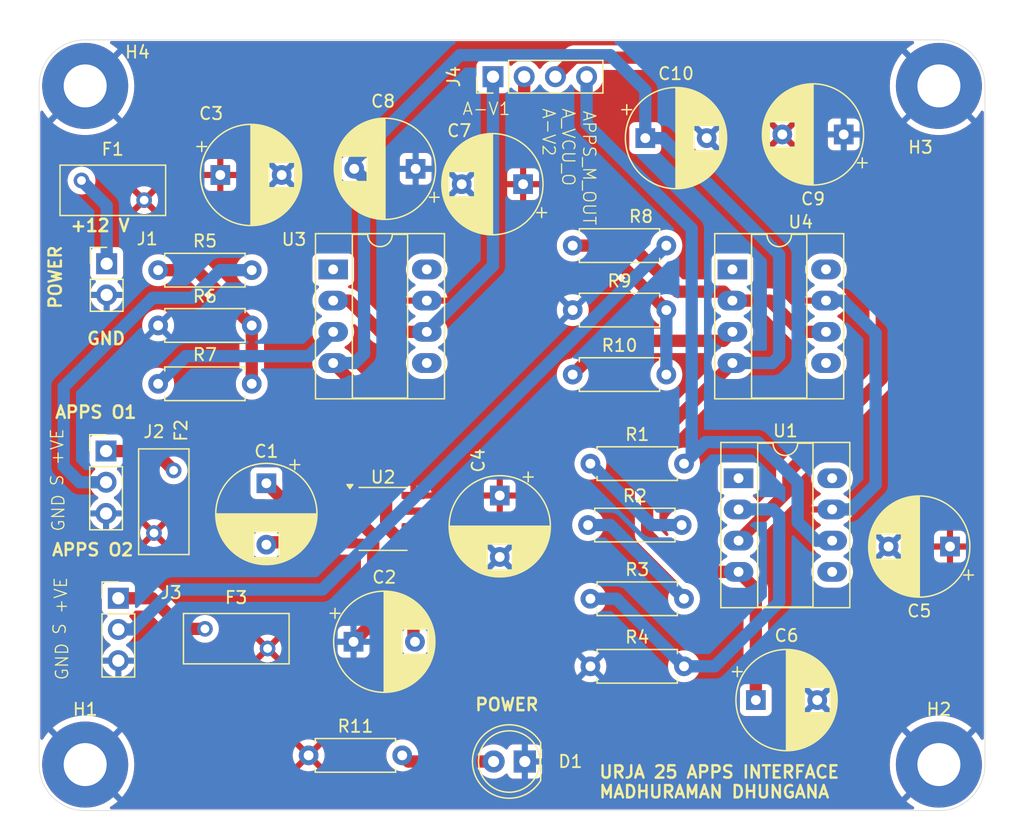
<source format=kicad_pcb>
(kicad_pcb (version 20240108) (generator "pcbnew") (generator_version "8.0")
  (layers (0 "F.Cu" signal) (31 "B.Cu" signal) (34 "B.Paste" user) (35 "F.Paste" user) (36 "B.SilkS" user "B.Silkscreen") (37 "F.SilkS" user "F.Silkscreen") (38 "B.Mask" user) (39 "F.Mask" user) (44 "Edge.Cuts" user))
  (net 0 "")
  (net 1 "Net-(U2-CAP+)")
  (net 2 "Net-(U2-CAP-)")
  (net 3 "GND")
  (net 4 "-12V")
  (net 5 "+12V")
  (net 6 "APPS Signal 1")
  (net 7 "APPS Signal 2")
  (net 8 "APPS Out")
  (net 9 "APPS VCU 1")
  (net 10 "APPS VCU 2")
  (net 11 "APPS Signal VCU out")
  (net 12 "Net-(R1-Pad1)")
  (net 13 "Net-(R2-Pad1)")
  (net 14 "Net-(U1--)")
  (net 15 "Net-(R5-Pad1)")
  (net 16 "Net-(U3-+)")
  (net 17 "Net-(R10-Pad2)")
  (net 18 "Net-(U4-+)")
  (net 31 "Net-(D1-A)")
  (net 32 "Net-(J1-Pin_1)")
  (net 33 "Net-(J2-Pin_1)")
  (net 34 "Net-(J3-Pin_1)")
  (footprint "Capacitor_THT:CP_Radial_D8.0mm_P5.00mm" (layer "F.Cu") (at 138.102651 79.6 180)
    (property "Reference" "C8" (at 2.652651 5.5 0) (layer "F.SilkS"))
    (property "Value" "0.1uf 25V")
    (pad "1" thru_hole rect (at 0 0 180) (size 1.6 1.6) (drill 0.8) (layers "*.Cu" "*.Mask") (net 3 "GND"))
    (pad "2" thru_hole circle (at 5 0 180) (size 1.6 1.6) (drill 0.8) (layers "*.Cu" "*.Mask") (net 4 "-12V"))
  )
  (footprint "Capacitor_THT:CP_Radial_D8.0mm_P5.00mm" (layer "F.Cu") (at 181.602651 110.35 180)
    (property "Reference" "C5" (at 2.5 -5.25 0) (layer "F.SilkS"))
    (property "Value" "0.1uf 25V")
    (pad "1" thru_hole rect (at 0 0 180) (size 1.6 1.6) (drill 0.8) (layers "*.Cu" "*.Mask") (net 5 "+12V"))
    (pad "2" thru_hole circle (at 5 0 180) (size 1.6 1.6) (drill 0.8) (layers "*.Cu" "*.Mask") (net 3 "GND"))
  )
  (footprint "Fuse:Fuse_BelFuse_0ZRE0008FF_L8.3mm_W3.8mm" (layer "F.Cu") (at 118.4 104.15 -90)
    (property "Reference" "F2" (at -3.25 -0.6 90) (layer "F.SilkS"))
    (property "Value" "25 V 100mA")
    (pad "1" thru_hole circle (at 0 0 270) (size 1.27 1.27) (drill 0.71) (layers "*.Cu" "*.Mask") (net 33 "Net-(J2-Pin_1)"))
    (pad "2" thru_hole circle (at 5.1 1.6 270) (size 1.27 1.27) (drill 0.71) (layers "*.Cu" "*.Mask") (net 5 "+12V"))
  )
  (footprint "Capacitor_THT:CP_Radial_D8.0mm_P5.00mm" (layer "F.Cu") (at 125.95 105.197349 -90)
    (property "Reference" "C1" (at -2.597349 0 180) (layer "F.SilkS"))
    (property "Value" "10uf")
    (pad "1" thru_hole rect (at 0 0 270) (size 1.6 1.6) (drill 0.8) (layers "*.Cu" "*.Mask") (net 1 "Net-(U2-CAP+)"))
    (pad "2" thru_hole circle (at 5 0 270) (size 1.6 1.6) (drill 0.8) (layers "*.Cu" "*.Mask") (net 2 "Net-(U2-CAP-)"))
  )
  (footprint "Resistor_THT:R_Axial_DIN0207_L6.3mm_D2.5mm_P7.62mm_Horizontal" (layer "F.Cu") (at 150.89 96.35)
    (property "Reference" "R10" (at 3.81 -2.37 0) (layer "F.SilkS"))
    (property "Value" "10K")
    (pad "1" thru_hole circle (at 0 0) (size 1.6 1.6) (drill 0.8) (layers "*.Cu" "*.Mask") (net 18 "Net-(U4-+)"))
    (pad "2" thru_hole oval (at 7.62 0) (size 1.6 1.6) (drill 0.8) (layers "*.Cu" "*.Mask") (net 17 "Net-(R10-Pad2)"))
  )
  (footprint "Resistor_THT:R_Axial_DIN0207_L6.3mm_D2.5mm_P7.62mm_Horizontal" (layer "F.Cu") (at 117.14 97.1)
    (property "Reference" "R7" (at 3.81 -2.37 0) (layer "F.SilkS"))
    (property "Value" "10K")
    (pad "1" thru_hole circle (at 0 0) (size 1.6 1.6) (drill 0.8) (layers "*.Cu" "*.Mask") (net 16 "Net-(U3-+)"))
    (pad "2" thru_hole oval (at 7.62 0) (size 1.6 1.6) (drill 0.8) (layers "*.Cu" "*.Mask") (net 15 "Net-(R5-Pad1)"))
  )
  (footprint "MountingHole:MountingHole_3.5mm_Pad" (layer "F.Cu") (at 180.7 128.1)
    (property "Reference" "H2" (at 0 -4.5 0) (layer "F.SilkS"))
    (property "Value" "MountingHole_Pad")
    (pad "1" thru_hole circle (at 0 0) (size 7 7) (drill 3.5) (layers "*.Cu" "*.Mask") (net 3 "GND"))
  )
  (footprint "Resistor_THT:R_Axial_DIN0207_L6.3mm_D2.5mm_P7.62mm_Horizontal" (layer "F.Cu") (at 117.14 87.85)
    (property "Reference" "R5" (at 3.81 -2.37 0) (layer "F.SilkS"))
    (property "Value" "27K")
    (pad "1" thru_hole circle (at 0 0) (size 1.6 1.6) (drill 0.8) (layers "*.Cu" "*.Mask") (net 15 "Net-(R5-Pad1)"))
    (pad "2" thru_hole oval (at 7.62 0) (size 1.6 1.6) (drill 0.8) (layers "*.Cu" "*.Mask") (net 6 "APPS Signal 1"))
  )
  (footprint "Capacitor_THT:CP_Radial_D8.0mm_P5.00mm" (layer "F.Cu") (at 146.852651 80.85 180)
    (property "Reference" "C7" (at 5.202651 4.35 0) (layer "F.SilkS"))
    (property "Value" "0.1uf 25V")
    (pad "1" thru_hole rect (at 0 0 180) (size 1.6 1.6) (drill 0.8) (layers "*.Cu" "*.Mask") (net 5 "+12V"))
    (pad "2" thru_hole circle (at 5 0 180) (size 1.6 1.6) (drill 0.8) (layers "*.Cu" "*.Mask") (net 3 "GND"))
  )
  (footprint "LED_THT:LED_D5.0mm" (layer "F.Cu") (at 146.99 127.85 180)
    (property "Reference" "D1" (at -3.71 0 0) (layer "F.SilkS"))
    (property "Value" "LED")
    (pad "1" thru_hole rect (at 0 0 180) (size 1.8 1.8) (drill 0.9) (layers "*.Cu" "*.Mask") (net 3 "GND"))
    (pad "2" thru_hole circle (at 2.54 0 180) (size 1.8 1.8) (drill 0.9) (layers "*.Cu" "*.Mask") (net 31 "Net-(D1-A)"))
  )
  (footprint "Capacitor_THT:CP_Radial_D8.0mm_P5.00mm" (layer "F.Cu") (at 165.797349 122.85)
    (property "Reference" "C6" (at 2.5 -5.25 0) (layer "F.SilkS"))
    (property "Value" "0.1uf 25V")
    (pad "1" thru_hole rect (at 0 0) (size 1.6 1.6) (drill 0.8) (layers "*.Cu" "*.Mask") (net 4 "-12V"))
    (pad "2" thru_hole circle (at 5 0) (size 1.6 1.6) (drill 0.8) (layers "*.Cu" "*.Mask") (net 3 "GND"))
  )
  (footprint "MountingHole:MountingHole_3.5mm_Pad" (layer "F.Cu") (at 111.2 72.85)
    (property "Reference" "H4" (at 4.25 -2.75 0) (layer "F.SilkS"))
    (property "Value" "MountingHole_Pad")
    (pad "1" thru_hole circle (at 0 0) (size 7 7) (drill 3.5) (layers "*.Cu" "*.Mask") (net 3 "GND"))
  )
  (footprint "Resistor_THT:R_Axial_DIN0207_L6.3mm_D2.5mm_P7.62mm_Horizontal" (layer "F.Cu") (at 150.89 85.85)
    (property "Reference" "R8" (at 5.56 -2.37 0) (layer "F.SilkS"))
    (property "Value" "27K")
    (pad "1" thru_hole circle (at 0 0) (size 1.6 1.6) (drill 0.8) (layers "*.Cu" "*.Mask") (net 17 "Net-(R10-Pad2)"))
    (pad "2" thru_hole oval (at 7.62 0) (size 1.6 1.6) (drill 0.8) (layers "*.Cu" "*.Mask") (net 7 "APPS Signal 2"))
  )
  (footprint "Connector_PinHeader_2.54mm:PinHeader_1x03_P2.54mm_Vertical" (layer "F.Cu") (at 112.9 102.575)
    (property "Reference" "J2" (at 3.9 -1.575 0) (layer "F.SilkS"))
    (property "Value" "Conn_01x03_Pin")
    (pad "1" thru_hole rect (at 0 0) (size 1.7 1.7) (drill 1) (layers "*.Cu" "*.Mask") (net 33 "Net-(J2-Pin_1)"))
    (pad "2" thru_hole oval (at 0 2.54) (size 1.7 1.7) (drill 1) (layers "*.Cu" "*.Mask") (net 6 "APPS Signal 1"))
    (pad "3" thru_hole oval (at 0 5.08) (size 1.7 1.7) (drill 1) (layers "*.Cu" "*.Mask") (net 3 "GND"))
  )
  (footprint "Resistor_THT:R_Axial_DIN0207_L6.3mm_D2.5mm_P7.62mm_Horizontal" (layer "F.Cu") (at 152.33 120.1)
    (property "Reference" "R4" (at 3.81 -2.37 0) (layer "F.SilkS"))
    (property "Value" "10K")
    (pad "1" thru_hole circle (at 0 0) (size 1.6 1.6) (drill 0.8) (layers "*.Cu" "*.Mask") (net 3 "GND"))
    (pad "2" thru_hole oval (at 7.62 0) (size 1.6 1.6) (drill 0.8) (layers "*.Cu" "*.Mask") (net 14 "Net-(U1--)"))
  )
  (footprint "Fuse:Fuse_BelFuse_0ZRE0008FF_L8.3mm_W3.8mm" (layer "F.Cu") (at 120.95 117.05)
    (property "Reference" "F3" (at 2.54 -2.54 0) (layer "F.SilkS"))
    (property "Value" "25 V 100mA")
    (pad "1" thru_hole circle (at 0 0) (size 1.27 1.27) (drill 0.71) (layers "*.Cu" "*.Mask") (net 34 "Net-(J3-Pin_1)"))
    (pad "2" thru_hole circle (at 5.1 1.6) (size 1.27 1.27) (drill 0.71) (layers "*.Cu" "*.Mask") (net 5 "+12V"))
  )
  (footprint "Capacitor_THT:CP_Radial_D8.0mm_P5.00mm" (layer "F.Cu") (at 156.797349 77.1)
    (property "Reference" "C10" (at 2.5 -5.25 0) (layer "F.SilkS"))
    (property "Value" "0.1uf 25V")
    (pad "1" thru_hole rect (at 0 0) (size 1.6 1.6) (drill 0.8) (layers "*.Cu" "*.Mask") (net 4 "-12V"))
    (pad "2" thru_hole circle (at 5 0) (size 1.6 1.6) (drill 0.8) (layers "*.Cu" "*.Mask") (net 3 "GND"))
  )
  (footprint "Package_DIP:CERDIP-8_W7.62mm_SideBrazed_LongPads_Socket" (layer "F.Cu") (at 164.39 104.79)
    (property "Reference" "U1" (at 3.81 -3.855 0) (layer "F.SilkS"))
    (property "Value" "LM741")
    (pad "1" thru_hole rect (at 0 0) (size 2.4 1.6) (drill 0.8) (layers "*.Cu" "*.Mask"))
    (pad "2" thru_hole oval (at 0 2.54) (size 2.4 1.6) (drill 0.8) (layers "*.Cu" "*.Mask") (net 14 "Net-(U1--)"))
    (pad "3" thru_hole oval (at 0 5.08) (size 2.4 1.6) (drill 0.8) (layers "*.Cu" "*.Mask") (net 11 "APPS Signal VCU out"))
    (pad "4" thru_hole oval (at 0 7.62) (size 2.4 1.6) (drill 0.8) (layers "*.Cu" "*.Mask") (net 4 "-12V"))
    (pad "5" thru_hole oval (at 7.62 7.62) (size 2.4 1.6) (drill 0.8) (layers "*.Cu" "*.Mask"))
    (pad "6" thru_hole oval (at 7.62 5.08) (size 2.4 1.6) (drill 0.8) (layers "*.Cu" "*.Mask") (net 8 "APPS Out"))
    (pad "7" thru_hole oval (at 7.62 2.54) (size 2.4 1.6) (drill 0.8) (layers "*.Cu" "*.Mask") (net 5 "+12V"))
    (pad "8" thru_hole oval (at 7.62 0) (size 2.4 1.6) (drill 0.8) (layers "*.Cu" "*.Mask"))
  )
  (footprint "Fuse:Fuse_BelFuse_0ZRE0008FF_L8.3mm_W3.8mm" (layer "F.Cu") (at 110.9 80.55)
    (property "Reference" "F1" (at 2.54 -2.54 0) (layer "F.SilkS"))
    (property "Value" "25 V 100mA")
    (pad "1" thru_hole circle (at 0 0) (size 1.27 1.27) (drill 0.71) (layers "*.Cu" "*.Mask") (net 32 "Net-(J1-Pin_1)"))
    (pad "2" thru_hole circle (at 5.1 1.6) (size 1.27 1.27) (drill 0.71) (layers "*.Cu" "*.Mask") (net 5 "+12V"))
  )
  (footprint "Resistor_THT:R_Axial_DIN0207_L6.3mm_D2.5mm_P7.62mm_Horizontal" (layer "F.Cu") (at 129.39 127.35)
    (property "Reference" "R11" (at 3.81 -2.37 0) (layer "F.SilkS"))
    (property "Value" "1K")
    (pad "1" thru_hole circle (at 0 0) (size 1.6 1.6) (drill 0.8) (layers "*.Cu" "*.Mask") (net 5 "+12V"))
    (pad "2" thru_hole oval (at 7.62 0) (size 1.6 1.6) (drill 0.8) (layers "*.Cu" "*.Mask") (net 31 "Net-(D1-A)"))
  )
  (footprint "Package_DIP:CERDIP-8_W7.62mm_SideBrazed_LongPads_Socket" (layer "F.Cu") (at 163.89 87.79)
    (property "Reference" "U4" (at 5.56 -3.855 0) (layer "F.SilkS"))
    (property "Value" "LM741")
    (pad "1" thru_hole rect (at 0 0) (size 2.4 1.6) (drill 0.8) (layers "*.Cu" "*.Mask"))
    (pad "2" thru_hole oval (at 0 2.54) (size 2.4 1.6) (drill 0.8) (layers "*.Cu" "*.Mask") (net 10 "APPS VCU 2"))
    (pad "3" thru_hole oval (at 0 5.08) (size 2.4 1.6) (drill 0.8) (layers "*.Cu" "*.Mask") (net 18 "Net-(U4-+)"))
    (pad "4" thru_hole oval (at 0 7.62) (size 2.4 1.6) (drill 0.8) (layers "*.Cu" "*.Mask") (net 4 "-12V"))
    (pad "5" thru_hole oval (at 7.62 7.62) (size 2.4 1.6) (drill 0.8) (layers "*.Cu" "*.Mask"))
    (pad "6" thru_hole oval (at 7.62 5.08) (size 2.4 1.6) (drill 0.8) (layers "*.Cu" "*.Mask") (net 10 "APPS VCU 2"))
    (pad "7" thru_hole oval (at 7.62 2.54) (size 2.4 1.6) (drill 0.8) (layers "*.Cu" "*.Mask") (net 5 "+12V"))
    (pad "8" thru_hole oval (at 7.62 0) (size 2.4 1.6) (drill 0.8) (layers "*.Cu" "*.Mask"))
  )
  (footprint "Package_SO:SOIC-8_3.9x4.9mm_P1.27mm" (layer "F.Cu") (at 135.45 108.1)
    (property "Reference" "U2" (at 0 -3.4 0) (layer "F.SilkS"))
    (property "Value" "ICL7660")
    (pad "1" smd roundrect (at -2.475 -1.905) (size 1.95 0.6) (layers "F.Cu" "F.Paste" "F.Mask"))
    (pad "2" smd roundrect (at -2.475 -0.635) (size 1.95 0.6) (layers "F.Cu" "F.Paste" "F.Mask") (net 1 "Net-(U2-CAP+)"))
    (pad "3" smd roundrect (at -2.475 0.635) (size 1.95 0.6) (layers "F.Cu" "F.Paste" "F.Mask") (net 3 "GND"))
    (pad "4" smd roundrect (at -2.475 1.905) (size 1.95 0.6) (layers "F.Cu" "F.Paste" "F.Mask") (net 2 "Net-(U2-CAP-)"))
    (pad "5" smd roundrect (at 2.475 1.905) (size 1.95 0.6) (layers "F.Cu" "F.Paste" "F.Mask") (net 4 "-12V"))
    (pad "6" smd roundrect (at 2.475 0.635) (size 1.95 0.6) (layers "F.Cu" "F.Paste" "F.Mask"))
    (pad "7" smd roundrect (at 2.475 -0.635) (size 1.95 0.6) (layers "F.Cu" "F.Paste" "F.Mask"))
    (pad "8" smd roundrect (at 2.475 -1.905) (size 1.95 0.6) (layers "F.Cu" "F.Paste" "F.Mask") (net 5 "+12V"))
  )
  (footprint "Connector_PinHeader_2.54mm:PinHeader_1x03_P2.54mm_Vertical" (layer "F.Cu") (at 113.9 114.56)
    (property "Reference" "J3" (at 4.3 -0.46 0) (layer "F.SilkS"))
    (property "Value" "Conn_01x03_Pin")
    (pad "1" thru_hole rect (at 0 0) (size 1.7 1.7) (drill 1) (layers "*.Cu" "*.Mask") (net 34 "Net-(J3-Pin_1)"))
    (pad "2" thru_hole oval (at 0 2.54) (size 1.7 1.7) (drill 1) (layers "*.Cu" "*.Mask") (net 7 "APPS Signal 2"))
    (pad "3" thru_hole oval (at 0 5.08) (size 1.7 1.7) (drill 1) (layers "*.Cu" "*.Mask") (net 3 "GND"))
  )
  (footprint "Capacitor_THT:CP_Radial_D8.0mm_P5.00mm" (layer "F.Cu") (at 172.952651 76.8 180)
    (property "Reference" "C9" (at 2.5 -5.25 0) (layer "F.SilkS"))
    (property "Value" "0.1uf 25V")
    (pad "1" thru_hole rect (at 0 0 180) (size 1.6 1.6) (drill 0.8) (layers "*.Cu" "*.Mask") (net 3 "GND"))
    (pad "2" thru_hole circle (at 5 0 180) (size 1.6 1.6) (drill 0.8) (layers "*.Cu" "*.Mask") (net 5 "+12V"))
  )
  (footprint "Capacitor_THT:CP_Radial_D8.0mm_P5.00mm" (layer "F.Cu") (at 133.047349 118.1)
    (property "Reference" "C2" (at 2.5 -5.25 0) (layer "F.SilkS"))
    (property "Value" "10uf")
    (pad "1" thru_hole rect (at 0 0) (size 1.6 1.6) (drill 0.8) (layers "*.Cu" "*.Mask") (net 3 "GND"))
    (pad "2" thru_hole circle (at 5 0) (size 1.6 1.6) (drill 0.8) (layers "*.Cu" "*.Mask") (net 4 "-12V"))
  )
  (footprint "Resistor_THT:R_Axial_DIN0207_L6.3mm_D2.5mm_P7.62mm_Horizontal" (layer "F.Cu") (at 152.33 114.6)
    (property "Reference" "R3" (at 3.81 -2.37 0) (layer "F.SilkS"))
    (property "Value" "100")
    (pad "1" thru_hole circle (at 0 0) (size 1.6 1.6) (drill 0.8) (layers "*.Cu" "*.Mask") (net 14 "Net-(U1--)"))
    (pad "2" thru_hole oval (at 7.62 0) (size 1.6 1.6) (drill 0.8) (layers "*.Cu" "*.Mask") (net 13 "Net-(R2-Pad1)"))
  )
  (footprint "Resistor_THT:R_Axial_DIN0207_L6.3mm_D2.5mm_P7.62mm_Horizontal" (layer "F.Cu") (at 150.89 91.1)
    (property "Reference" "R9" (at 3.81 -2.37 0) (layer "F.SilkS"))
    (property "Value" "10K")
    (pad "1" thru_hole circle (at 0 0) (size 1.6 1.6) (drill 0.8) (layers "*.Cu" "*.Mask") (net 3 "GND"))
    (pad "2" thru_hole oval (at 7.62 0) (size 1.6 1.6) (drill 0.8) (layers "*.Cu" "*.Mask") (net 17 "Net-(R10-Pad2)"))
  )
  (footprint "Package_DIP:CERDIP-8_W7.62mm_SideBrazed_LongPads_Socket" (layer "F.Cu") (at 131.39 87.79)
    (property "Reference" "U3" (at -3.19 -2.44 0) (layer "F.SilkS"))
    (property "Value" "LM741")
    (pad "1" thru_hole rect (at 0 0) (size 2.4 1.6) (drill 0.8) (layers "*.Cu" "*.Mask"))
    (pad "2" thru_hole oval (at 0 2.54) (size 2.4 1.6) (drill 0.8) (layers "*.Cu" "*.Mask") (net 9 "APPS VCU 1"))
    (pad "3" thru_hole oval (at 0 5.08) (size 2.4 1.6) (drill 0.8) (layers "*.Cu" "*.Mask") (net 16 "Net-(U3-+)"))
    (pad "4" thru_hole oval (at 0 7.62) (size 2.4 1.6) (drill 0.8) (layers "*.Cu" "*.Mask") (net 4 "-12V"))
    (pad "5" thru_hole oval (at 7.62 7.62) (size 2.4 1.6) (drill 0.8) (layers "*.Cu" "*.Mask"))
    (pad "6" thru_hole oval (at 7.62 5.08) (size 2.4 1.6) (drill 0.8) (layers "*.Cu" "*.Mask") (net 9 "APPS VCU 1"))
    (pad "7" thru_hole oval (at 7.62 2.54) (size 2.4 1.6) (drill 0.8) (layers "*.Cu" "*.Mask") (net 5 "+12V"))
    (pad "8" thru_hole oval (at 7.62 0) (size 2.4 1.6) (drill 0.8) (layers "*.Cu" "*.Mask"))
  )
  (footprint "Capacitor_THT:CP_Radial_D8.0mm_P5.00mm" (layer "F.Cu") (at 144.95 106.197349 -90)
    (property "Reference" "C4" (at -2.847349 1.75 90) (layer "F.SilkS"))
    (property "Value" "0.1uf 25V")
    (pad "1" thru_hole rect (at 0 0 270) (size 1.6 1.6) (drill 0.8) (layers "*.Cu" "*.Mask") (net 5 "+12V"))
    (pad "2" thru_hole circle (at 5 0 270) (size 1.6 1.6) (drill 0.8) (layers "*.Cu" "*.Mask") (net 3 "GND"))
  )
  (footprint "MountingHole:MountingHole_3.5mm_Pad" (layer "F.Cu") (at 180.7 72.85)
    (property "Reference" "H3" (at -1.5 5 0) (layer "F.SilkS"))
    (property "Value" "MountingHole_Pad")
    (pad "1" thru_hole circle (at 0 0) (size 7 7) (drill 3.5) (layers "*.Cu" "*.Mask") (net 3 "GND"))
  )
  (footprint "Resistor_THT:R_Axial_DIN0207_L6.3mm_D2.5mm_P7.62mm_Horizontal" (layer "F.Cu") (at 152.14 108.6)
    (property "Reference" "R2" (at 3.81 -2.37 0) (layer "F.SilkS"))
    (property "Value" "3k3")
    (pad "1" thru_hole circle (at 0 0) (size 1.6 1.6) (drill 0.8) (layers "*.Cu" "*.Mask") (net 13 "Net-(R2-Pad1)"))
    (pad "2" thru_hole oval (at 7.62 0) (size 1.6 1.6) (drill 0.8) (layers "*.Cu" "*.Mask") (net 12 "Net-(R1-Pad1)"))
  )
  (footprint "Connector_PinHeader_2.54mm:PinHeader_1x02_P2.54mm_Vertical" (layer "F.Cu") (at 112.95 87.325)
    (property "Reference" "J1" (at 3.3 -2.025 0) (layer "F.SilkS"))
    (property "Value" "Conn_01x02_Pin")
    (pad "1" thru_hole rect (at 0 0) (size 1.7 1.7) (drill 1) (layers "*.Cu" "*.Mask") (net 32 "Net-(J1-Pin_1)"))
    (pad "2" thru_hole oval (at 0 2.54) (size 1.7 1.7) (drill 1) (layers "*.Cu" "*.Mask") (net 3 "GND"))
  )
  (footprint "Resistor_THT:R_Axial_DIN0207_L6.3mm_D2.5mm_P7.62mm_Horizontal" (layer "F.Cu") (at 152.33 103.6)
    (property "Reference" "R1" (at 3.81 -2.37 0) (layer "F.SilkS"))
    (property "Value" "3k3")
    (pad "1" thru_hole circle (at 0 0) (size 1.6 1.6) (drill 0.8) (layers "*.Cu" "*.Mask") (net 12 "Net-(R1-Pad1)"))
    (pad "2" thru_hole oval (at 7.62 0) (size 1.6 1.6) (drill 0.8) (layers "*.Cu" "*.Mask") (net 8 "APPS Out"))
  )
  (footprint "Resistor_THT:R_Axial_DIN0207_L6.3mm_D2.5mm_P7.62mm_Horizontal" (layer "F.Cu") (at 117.14 92.35)
    (property "Reference" "R6" (at 3.81 -2.37 0) (layer "F.SilkS"))
    (property "Value" "10K")
    (pad "1" thru_hole circle (at 0 0) (size 1.6 1.6) (drill 0.8) (layers "*.Cu" "*.Mask") (net 3 "GND"))
    (pad "2" thru_hole oval (at 7.62 0) (size 1.6 1.6) (drill 0.8) (layers "*.Cu" "*.Mask") (net 15 "Net-(R5-Pad1)"))
  )
  (footprint "Capacitor_THT:CP_Radial_D8.0mm_P5.00mm" (layer "F.Cu") (at 122.2 80.1)
    (property "Reference" "C3" (at -0.75 -5 0) (layer "F.SilkS"))
    (property "Value" "1uf")
    (pad "1" thru_hole rect (at 0 0) (size 1.6 1.6) (drill 0.8) (layers "*.Cu" "*.Mask") (net 5 "+12V"))
    (pad "2" thru_hole circle (at 5 0) (size 1.6 1.6) (drill 0.8) (layers "*.Cu" "*.Mask") (net 3 "GND"))
  )
  (footprint "Connector_PinHeader_2.54mm:PinHeader_1x04_P2.54mm_Vertical" (layer "F.Cu") (at 144.4 72.1 90)
    (property "Reference" "J4" (at 0 -3.2 90) (layer "F.SilkS"))
    (property "Value" "Conn_01x04_Pin")
    (pad "1" thru_hole rect (at 0 0 90) (size 1.7 1.7) (drill 1) (layers "*.Cu" "*.Mask") (net 9 "APPS VCU 1"))
    (pad "2" thru_hole oval (at 0 2.54 90) (size 1.7 1.7) (drill 1) (layers "*.Cu" "*.Mask") (net 10 "APPS VCU 2"))
    (pad "3" thru_hole oval (at 0 5.08 90) (size 1.7 1.7) (drill 1) (layers "*.Cu" "*.Mask") (net 11 "APPS Signal VCU out"))
    (pad "4" thru_hole oval (at 0 7.62 90) (size 1.7 1.7) (drill 1) (layers "*.Cu" "*.Mask") (net 8 "APPS Out"))
  )
  (footprint "MountingHole:MountingHole_3.5mm_Pad" (layer "F.Cu") (at 111.2 128.1)
    (property "Reference" "H1" (at 0 -4.5 0) (layer "F.SilkS"))
    (property "Value" "MountingHole_Pad")
    (pad "1" thru_hole circle (at 0 0) (size 7 7) (drill 3.5) (layers "*.Cu" "*.Mask") (net 3 "GND"))
  )
  (gr_arc (start 184.45 128.1) (mid 183.35165 130.75165) (end 180.7 131.85) (stroke (width 0.05)) (layer "Edge.Cuts"))
  (gr_line (start 107.45 128.1) (end 107.45 72.85) (stroke (width 0.05)) (layer "Edge.Cuts"))
  (gr_line (start 180.7 131.85) (end 111.2 131.85) (stroke (width 0.05)) (layer "Edge.Cuts"))
  (gr_arc (start 111.2 131.85) (mid 108.54835 130.75165) (end 107.45 128.1) (stroke (width 0.05)) (layer "Edge.Cuts"))
  (gr_arc (start 107.45 72.85) (mid 108.54835 70.19835) (end 111.2 69.1) (stroke (width 0.05)) (layer "Edge.Cuts"))
  (gr_line (start 111.2 69.1) (end 180.7 69.1) (stroke (width 0.05)) (layer "Edge.Cuts"))
  (gr_line (start 184.45 72.85) (end 184.45 128.1) (stroke (width 0.05)) (layer "Edge.Cuts"))
  (gr_arc (start 180.7 69.1) (mid 183.35165 70.19835) (end 184.45 72.85) (stroke (width 0.05)) (layer "Edge.Cuts"))
  (gr_text "+12 V" (at 109.9 84.8 0) (layer "F.SilkS") (effects (font (size 1 1) (thickness 0.2) (bold yes)) (justify left bottom)))
  (gr_text "A-V1" (at 141.85 75.3 0) (layer "F.SilkS") (effects (font (size 1 1) (thickness 0.1)) (justify left bottom)))
  (gr_text "+VE" (at 109.5 103.8 90) (layer "F.SilkS") (effects (font (size 1 1) (thickness 0.1)) (justify left bottom)))
  (gr_text "APPS O2" (at 108.4 111.2 0) (layer "F.SilkS") (effects (font (size 1 1) (thickness 0.2) (bold yes)) (justify left bottom)))
  (gr_text "A_VCU_O" (at 149.95 74.6 270) (layer "F.SilkS") (effects (font (size 1 1) (thickness 0.1)) (justify left bottom)))
  (gr_text "GND" (at 109.6 109.2 90) (layer "F.SilkS") (effects (font (size 1 1) (thickness 0.1)) (justify left bottom)))
  (gr_text "POWER" (at 142.85 123.8 0) (layer "F.SilkS") (effects (font (size 1 1) (thickness 0.2) (bold yes)) (justify left bottom)))
  (gr_text "GND" (at 109.9 121.3 90) (layer "F.SilkS") (effects (font (size 1 1) (thickness 0.1)) (justify left bottom)))
  (gr_text "APPS O1" (at 108.65 100 0) (layer "F.SilkS") (effects (font (size 1 1) (thickness 0.2) (bold yes)) (justify left bottom)))
  (gr_text "+VE" (at 109.8 115.9 90) (layer "F.SilkS") (effects (font (size 1 1) (thickness 0.1)) (justify left bottom)))
  (gr_text "S" (at 109.5 105.5 90) (layer "F.SilkS") (effects (font (size 1 1) (thickness 0.1)) (justify left bottom)))
  (gr_text "S" (at 109.7 117.6 90) (layer "F.SilkS") (effects (font (size 1 1) (thickness 0.1)) (justify left bottom)))
  (gr_text "GND" (at 111.25 94 0) (layer "F.SilkS") (effects (font (size 1 1) (thickness 0.2) (bold yes)) (justify left bottom)))
  (gr_text "APPS_M_OUT" (at 151.65 74.8 270) (layer "F.SilkS") (effects (font (size 1 1) (thickness 0.1)) (justify left bottom)))
  (gr_text "A-V2" (at 148.35 74.6 -90) (layer "F.SilkS") (effects (font (size 1 1) (thickness 0.1)) (justify left bottom)))
  (gr_text "URJA 25 APPS INTERFACE\nMADHURAMAN DHUNGANA" (at 152.95 130.9 0) (layer "F.SilkS") (effects (font (size 1 1) (thickness 0.2) (bold yes)) (justify left bottom)))
  (gr_text "POWER" (at 109.35 91.1 90) (layer "F.SilkS") (effects (font (size 1 1) (thickness 0.2) (bold yes)) (justify left bottom)))
  (segment (start 125.95 105.197349) (end 128.217651 107.465) (width 1) (layer "F.Cu") (net 1))
  (segment (start 128.217651 107.465) (end 132.975 107.465) (width 1) (layer "F.Cu") (net 1))
  (segment (start 132.975 110.005) (end 126.142349 110.005) (width 1) (layer "F.Cu") (net 2))
  (segment (start 126.142349 110.005) (end 125.95 110.197349) (width 1) (layer "F.Cu") (net 2))
  (segment (start 133.949999 108.735) (end 134.65 109.435001) (width 1) (layer "F.Cu") (net 3))
  (segment (start 134.65 109.435001) (end 134.65 116.497349) (width 1) (layer "F.Cu") (net 3))
  (segment (start 132.975 108.735) (end 133.949999 108.735) (width 1) (layer "F.Cu") (net 3))
  (segment (start 134.65 116.497349) (end 133.047349 118.1) (width 1) (layer "F.Cu") (net 3))
  (segment (start 165.797349 122.85) (end 165.797349 113.817349) (width 1) (layer "F.Cu") (net 4))
  (segment (start 137.925 117.977651) (end 138.047349 118.1) (width 1) (layer "F.Cu") (net 4))
  (segment (start 160.01 112.41) (end 164.39 112.41) (width 1) (layer "F.Cu") (net 4))
  (segment (start 163.89 95.41) (end 156.95 102.35) (width 1) (layer "F.Cu") (net 4))
  (segment (start 137.925 110.005) (end 137.925 117.977651) (width 1) (layer "F.Cu") (net 4))
  (segment (start 156.95 102.35) (end 156.95 109.35) (width 1) (layer "F.Cu") (net 4))
  (segment (start 156.95 109.35) (end 160.01 112.41) (width 1) (layer "F.Cu") (net 4))
  (segment (start 135.7 108.691238) (end 135.7 99.72) (width 1) (layer "F.Cu") (net 4))
  (segment (start 137.925 110.005) (end 137.013762 110.005) (width 1) (layer "F.Cu") (net 4))
  (segment (start 135.7 99.72) (end 131.39 95.41) (width 1) (layer "F.Cu") (net 4))
  (segment (start 137.013762 110.005) (end 135.7 108.691238) (width 1) (layer "F.Cu") (net 4))
  (segment (start 165.797349 113.817349) (end 164.39 112.41) (width 1) (layer "F.Cu") (net 4))
  (segment (start 167.14 95.41) (end 163.89 95.41) (width 1) (layer "B.Cu") (net 4))
  (segment (start 141.7 70.35) (end 153.95 70.35) (width 1) (layer "B.Cu") (net 4))
  (segment (start 133.90265 80.399999) (end 133.90265 94.64735) (width 1) (layer "B.Cu") (net 4))
  (segment (start 133.102651 79.6) (end 133.90265 80.399999) (width 1) (layer "B.Cu") (net 4))
  (segment (start 167.7 94.85) (end 167.14 95.41) (width 1) (layer "B.Cu") (net 4))
  (segment (start 153.95 70.35) (end 156.797349 73.197349) (width 1) (layer "B.Cu") (net 4))
  (segment (start 133.102651 79.6) (end 133.102651 78.947349) (width 1) (layer "B.Cu") (net 4))
  (segment (start 133.102651 78.947349) (end 141.7 70.35) (width 1) (layer "B.Cu") (net 4))
  (segment (start 167.7 86.6) (end 167.7 94.85) (width 1) (layer "B.Cu") (net 4))
  (segment (start 133.14 95.41) (end 131.39 95.41) (width 1) (layer "B.Cu") (net 4))
  (segment (start 156.797349 77.1) (end 158.2 77.1) (width 1) (layer "B.Cu") (net 4))
  (segment (start 156.797349 73.197349) (end 156.797349 77.1) (width 1) (layer "B.Cu") (net 4))
  (segment (start 133.90265 94.64735) (end 133.14 95.41) (width 1) (layer "B.Cu") (net 4))
  (segment (start 158.2 77.1) (end 167.7 86.6) (width 1) (layer "B.Cu") (net 4))
  (segment (start 173.52 107.33) (end 172.01 107.33) (width 1) (layer "B.Cu") (net 5))
  (segment (start 172.88 90.33) (end 175.55 93) (width 1) (layer "B.Cu") (net 5))
  (segment (start 175.55 93) (end 175.55 105.3) (width 1) (layer "B.Cu") (net 5))
  (segment (start 171.51 90.33) (end 172.88 90.33) (width 1) (layer "B.Cu") (net 5))
  (segment (start 175.55 105.3) (end 173.52 107.33) (width 1) (layer "B.Cu") (net 5))
  (segment (start 110.747919 105.115) (end 112.9 105.115) (width 1) (layer "B.Cu") (net 6))
  (segment (start 116.7 90.1) (end 109.45 97.35) (width 1) (layer "B.Cu") (net 6))
  (segment (start 109.45 97.35) (end 109.45 103.817081) (width 1) (layer "B.Cu") (net 6))
  (segment (start 122.2 87.85) (end 119.95 90.1) (width 1) (layer "B.Cu") (net 6))
  (segment (start 109.45 103.817081) (end 110.747919 105.115) (width 1) (layer "B.Cu") (net 6))
  (segment (start 119.95 90.1) (end 116.7 90.1) (width 1) (layer "B.Cu") (net 6))
  (segment (start 124.76 87.85) (end 122.2 87.85) (width 1) (layer "B.Cu") (net 6))
  (segment (start 130.51 113.85) (end 118.352081 113.85) (width 1) (layer "B.Cu") (net 7))
  (segment (start 115.102081 117.1) (end 113.9 117.1) (width 1) (layer "B.Cu") (net 7))
  (segment (start 118.352081 113.85) (end 115.102081 117.1) (width 1) (layer "B.Cu") (net 7))
  (segment (start 158.51 85.85) (end 130.51 113.85) (width 1) (layer "B.Cu") (net 7))
  (segment (start 161.7 101.85) (end 165.95 101.85) (width 1) (layer "B.Cu") (net 8))
  (segment (start 160.575 84.475) (end 152.02 75.92) (width 1) (layer "B.Cu") (net 8))
  (segment (start 159.95 103.6) (end 160.575 102.975) (width 1) (layer "B.Cu") (net 8))
  (segment (start 169.2 108.35) (end 170.72 109.87) (width 1) (layer "B.Cu") (net 8))
  (segment (start 160.575 102.975) (end 160.575 84.475) (width 1) (layer "B.Cu") (net 8))
  (segment (start 170.72 109.87) (end 172.01 109.87) (width 1) (layer "B.Cu") (net 8))
  (segment (start 152.02 75.92) (end 152.02 72.1) (width 1) (layer "B.Cu") (net 8))
  (segment (start 165.95 101.85) (end 169.2 105.1) (width 1) (layer "B.Cu") (net 8))
  (segment (start 169.2 105.1) (end 169.2 108.35) (width 1) (layer "B.Cu") (net 8))
  (segment (start 160.575 102.975) (end 161.7 101.85) (width 1) (layer "B.Cu") (net 8))
  (segment (start 135.22 92.87) (end 132.68 90.33) (width 1) (layer "F.Cu") (net 9))
  (segment (start 132.68 90.33) (end 131.39 90.33) (width 1) (layer "F.Cu") (net 9))
  (segment (start 139.01 92.87) (end 135.22 92.87) (width 1) (layer "F.Cu") (net 9))
  (segment (start 144.4 87.48) (end 139.01 92.87) (width 1) (layer "B.Cu") (net 9))
  (segment (start 144.4 72.1) (end 144.4 87.48) (width 1) (layer "B.Cu") (net 9))
  (segment (start 146.94 77.12066) (end 159.41934 89.6) (width 1) (layer "F.Cu") (net 10))
  (segment (start 166.93 90.33) (end 169.47 92.87) (width 1) (layer "F.Cu") (net 10))
  (segment (start 146.94 72.1) (end 146.94 77.12066) (width 1) (layer "F.Cu") (net 10))
  (segment (start 169.47 92.87) (end 171.51 92.87) (width 1) (layer "F.Cu") (net 10))
  (segment (start 159.41934 89.6) (end 163.16 89.6) (width 1) (layer "F.Cu") (net 10))
  (segment (start 163.89 90.33) (end 166.93 90.33) (width 1) (layer "F.Cu") (net 10))
  (segment (start 163.16 89.6) (end 163.89 90.33) (width 1) (layer "F.Cu") (net 10))
  (segment (start 168.45 105.81) (end 164.39 109.87) (width 1) (layer "F.Cu") (net 11))
  (segment (start 168.45 104.3) (end 168.45 105.81) (width 1) (layer "F.Cu") (net 11))
  (segment (start 176.05 96.7) (end 168.45 104.3) (width 1) (layer "F.Cu") (net 11))
  (segment (start 172.2 70.55) (end 176.05 74.4) (width 1) (layer "F.Cu") (net 11))
  (segment (start 151.03 70.55) (end 172.2 70.55) (width 1) (layer "F.Cu") (net 11))
  (segment (start 176.05 74.4) (end 176.05 96.7) (width 1) (layer "F.Cu") (net 11))
  (segment (start 149.48 72.1) (end 151.03 70.55) (width 1) (layer "F.Cu") (net 11))
  (segment (start 159.76 108.6) (end 157.33 108.6) (width 1) (layer "B.Cu") (net 12))
  (segment (start 157.33 108.6) (end 152.33 103.6) (width 1) (layer "B.Cu") (net 12))
  (segment (start 152.14 108.6) (end 153.95 108.6) (width 1) (layer "B.Cu") (net 13))
  (segment (start 153.95 108.6) (end 159.95 114.6) (width 1) (layer "B.Cu") (net 13))
  (segment (start 162.45 120.1) (end 159.95 120.1) (width 1) (layer "B.Cu") (net 14))
  (segment (start 167.18 107.33) (end 167.7 107.85) (width 1) (layer "B.Cu") (net 14))
  (segment (start 154.45 114.6) (end 159.95 120.1) (width 1) (layer "B.Cu") (net 14))
  (segment (start 167.7 114.85) (end 162.45 120.1) (width 1) (layer "B.Cu") (net 14))
  (segment (start 164.39 107.33) (end 167.18 107.33) (width 1) (layer "B.Cu") (net 14))
  (segment (start 167.7 107.85) (end 167.7 114.85) (width 1) (layer "B.Cu") (net 14))
  (segment (start 152.33 114.6) (end 154.45 114.6) (width 1) (layer "B.Cu") (net 14))
  (segment (start 117.14 87.85) (end 120.26 87.85) (width 1) (layer "F.Cu") (net 15))
  (segment (start 120.26 87.85) (end 124.76 92.35) (width 1) (layer "F.Cu") (net 15))
  (segment (start 124.76 92.35) (end 124.76 97.1) (width 1) (layer "F.Cu") (net 15))
  (segment (start 117.14 97.1) (end 119.39 94.85) (width 1) (layer "B.Cu") (net 16))
  (segment (start 119.39 94.85) (end 129.41 94.85) (width 1) (layer "B.Cu") (net 16))
  (segment (start 129.41 94.85) (end 131.39 92.87) (width 1) (layer "B.Cu") (net 16))
  (segment (start 150.89 85.85) (end 153.26 85.85) (width 1) (layer "F.Cu") (net 17))
  (segment (start 153.26 85.85) (end 158.51 91.1) (width 1) (layer "F.Cu") (net 17))
  (segment (start 158.51 96.35) (end 158.51 91.1) (width 1) (layer "B.Cu") (net 17))
  (segment (start 163.16 93.6) (end 163.89 92.87) (width 1) (layer "F.Cu") (net 18))
  (segment (start 153.64 93.6) (end 163.16 93.6) (width 1) (layer "F.Cu") (net 18))
  (segment (start 150.89 96.35) (end 153.64 93.6) (width 1) (layer "F.Cu") (net 18))
  (segment (start 137.51 127.85) (end 137.01 127.35) (width 1) (layer "F.Cu") (net 31))
  (segment (start 144.45 127.85) (end 137.51 127.85) (width 1) (layer "F.Cu") (net 31))
  (segment (start 112.95 87.325) (end 112.95 82.6) (width 1) (layer "B.Cu") (net 32))
  (segment (start 112.95 82.6) (end 110.9 80.55) (width 1) (layer "B.Cu") (net 32))
  (segment (start 116.825 102.575) (end 118.4 104.15) (width 1) (layer "F.Cu") (net 33))
  (segment (start 116.825 102.575) (end 112.9 102.575) (width 1) (layer "F.Cu") (net 33))
  (segment (start 119.15 117.05) (end 116.66 114.56) (width 1) (layer "F.Cu") (net 34))
  (segment (start 116.66 114.56) (end 113.9 114.56) (width 1) (layer "F.Cu") (net 34))
  (segment (start 120.95 117.05) (end 119.15 117.05) (width 1) (layer "F.Cu") (net 34))
  (segment (start 120.95 117.05) (end 120.9 117) (width 1) (layer "B.Cu") (net 34))
  (zone (net 5) (net_name "+12V") (layer "F.Cu") (connect_pads (clearance 0.5)) (min_thickness 0.25) (fill yes (thermal_gap 0.5) (thermal_bridge_width 0.5))
    (polygon (pts (xy 107.45 69.1) (xy 184.45 69.1) (xy 184.45 131.85) (xy 107.45 131.85)))
  )
  (zone (net 3) (net_name "GND") (layer "B.Cu") (priority 1) (connect_pads (clearance 0.5)) (min_thickness 0.25) (fill yes (thermal_gap 0.5) (thermal_bridge_width 0.5))
    (polygon (pts (xy 107.45 69.1) (xy 184.45 69.1) (xy 184.45 131.85) (xy 107.45 131.85)))
  )
)
</source>
